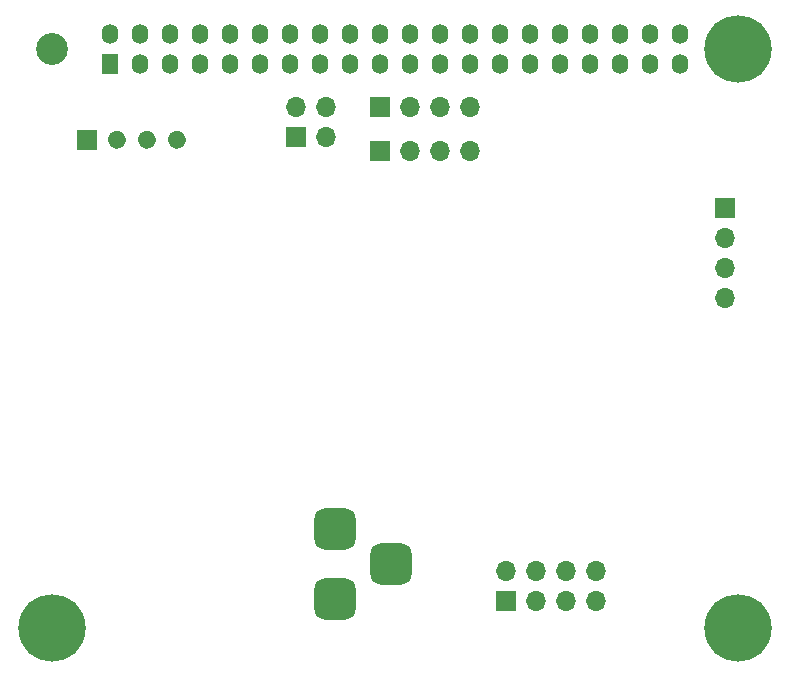
<source format=gbs>
G04 #@! TF.GenerationSoftware,KiCad,Pcbnew,9.0.0*
G04 #@! TF.CreationDate,2025-03-30T18:48:23-05:00*
G04 #@! TF.ProjectId,2019-Pi-Power,32303139-2d50-4692-9d50-6f7765722e6b,V2*
G04 #@! TF.SameCoordinates,Original*
G04 #@! TF.FileFunction,Soldermask,Bot*
G04 #@! TF.FilePolarity,Negative*
%FSLAX46Y46*%
G04 Gerber Fmt 4.6, Leading zero omitted, Abs format (unit mm)*
G04 Created by KiCad (PCBNEW 9.0.0) date 2025-03-30 18:48:23*
%MOMM*%
%LPD*%
G01*
G04 APERTURE LIST*
G04 Aperture macros list*
%AMRoundRect*
0 Rectangle with rounded corners*
0 $1 Rounding radius*
0 $2 $3 $4 $5 $6 $7 $8 $9 X,Y pos of 4 corners*
0 Add a 4 corners polygon primitive as box body*
4,1,4,$2,$3,$4,$5,$6,$7,$8,$9,$2,$3,0*
0 Add four circle primitives for the rounded corners*
1,1,$1+$1,$2,$3*
1,1,$1+$1,$4,$5*
1,1,$1+$1,$6,$7*
1,1,$1+$1,$8,$9*
0 Add four rect primitives between the rounded corners*
20,1,$1+$1,$2,$3,$4,$5,0*
20,1,$1+$1,$4,$5,$6,$7,0*
20,1,$1+$1,$6,$7,$8,$9,0*
20,1,$1+$1,$8,$9,$2,$3,0*%
G04 Aperture macros list end*
%ADD10C,0.796200*%
%ADD11C,0.010000*%
%ADD12R,1.700000X1.700000*%
%ADD13O,1.700000X1.700000*%
%ADD14C,2.700000*%
%ADD15C,5.700000*%
%ADD16RoundRect,0.875000X0.875000X-0.875000X0.875000X0.875000X-0.875000X0.875000X-0.875000X-0.875000X0*%
%ADD17R,1.400000X1.700000*%
%ADD18O,1.400000X1.700000*%
G04 APERTURE END LIST*
D10*
X209352350Y-105145000D02*
G75*
G02*
X208556150Y-105145000I-398100J0D01*
G01*
X208556150Y-105145000D02*
G75*
G02*
X209352350Y-105145000I398100J0D01*
G01*
X211892350Y-105145000D02*
G75*
G02*
X211096150Y-105145000I-398100J0D01*
G01*
X211096150Y-105145000D02*
G75*
G02*
X211892350Y-105145000I398100J0D01*
G01*
X214432350Y-105145000D02*
G75*
G02*
X213636150Y-105145000I-398100J0D01*
G01*
X213636150Y-105145000D02*
G75*
G02*
X214432350Y-105145000I398100J0D01*
G01*
D11*
X207210450Y-105941200D02*
X205618050Y-105941200D01*
X205618050Y-104348800D01*
X207210450Y-104348800D01*
X207210450Y-105941200D01*
G36*
X207210450Y-105941200D02*
G01*
X205618050Y-105941200D01*
X205618050Y-104348800D01*
X207210450Y-104348800D01*
X207210450Y-105941200D01*
G37*
D12*
X231242000Y-102375000D03*
D13*
X233782000Y-102375000D03*
X236322000Y-102375000D03*
X238862000Y-102375000D03*
D12*
X231242000Y-106058000D03*
D13*
X233782000Y-106058000D03*
X236322000Y-106058000D03*
X238862000Y-106058000D03*
D14*
X203500000Y-97500000D03*
D15*
X261500000Y-97500000D03*
X203500000Y-146500000D03*
X261500000Y-146500000D03*
D16*
X227432000Y-138062000D03*
X227432000Y-144062000D03*
X232132000Y-141062000D03*
D12*
X241910000Y-144158000D03*
D13*
X241910000Y-141618000D03*
X244450000Y-144158000D03*
X244450000Y-141618000D03*
X246990000Y-144158000D03*
X246990000Y-141618000D03*
X249530000Y-144158000D03*
X249530000Y-141618000D03*
D12*
X224130000Y-104915000D03*
D13*
X224130000Y-102375000D03*
X226670000Y-104915000D03*
X226670000Y-102375000D03*
D12*
X260452000Y-110884000D03*
D13*
X260452000Y-113424000D03*
X260452000Y-115964000D03*
X260452000Y-118504000D03*
D17*
X208370000Y-98770000D03*
D18*
X208370000Y-96230000D03*
X210910000Y-98770000D03*
X210910000Y-96230000D03*
X213450000Y-98770000D03*
X213450000Y-96230000D03*
X215990000Y-98770000D03*
X215990000Y-96230000D03*
X218530000Y-98770000D03*
X218530000Y-96230000D03*
X221070000Y-98770000D03*
X221070000Y-96230000D03*
X223610000Y-98770000D03*
X223610000Y-96230000D03*
X226150000Y-98770000D03*
X226150000Y-96230000D03*
X228690000Y-98770000D03*
X228690000Y-96230000D03*
X231230000Y-98770000D03*
X231230000Y-96230000D03*
X233770000Y-98770000D03*
X233770000Y-96230000D03*
X236310000Y-98770000D03*
X236310000Y-96230000D03*
X238850000Y-98770000D03*
X238850000Y-96230000D03*
X241390000Y-98770000D03*
X241390000Y-96230000D03*
X243930000Y-98770000D03*
X243930000Y-96230000D03*
X246470000Y-98770000D03*
X246470000Y-96230000D03*
X249010000Y-98770000D03*
X249010000Y-96230000D03*
X251550000Y-98770000D03*
X251550000Y-96230000D03*
X254090000Y-98770000D03*
X254090000Y-96230000D03*
X256630000Y-98770000D03*
X256630000Y-96230000D03*
M02*

</source>
